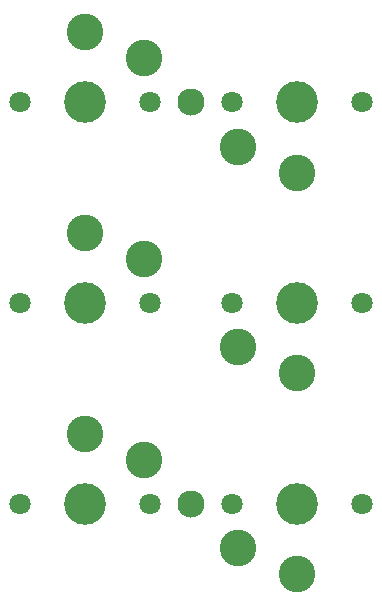
<source format=gbr>
%TF.GenerationSoftware,KiCad,Pcbnew,(7.0.0-0)*%
%TF.CreationDate,2023-06-15T11:55:35+08:00*%
%TF.ProjectId,thumb,7468756d-622e-46b6-9963-61645f706362,v1.0.0*%
%TF.SameCoordinates,Original*%
%TF.FileFunction,Soldermask,Top*%
%TF.FilePolarity,Negative*%
%FSLAX46Y46*%
G04 Gerber Fmt 4.6, Leading zero omitted, Abs format (unit mm)*
G04 Created by KiCad (PCBNEW (7.0.0-0)) date 2023-06-15 11:55:35*
%MOMM*%
%LPD*%
G01*
G04 APERTURE LIST*
%ADD10C,2.300000*%
%ADD11C,3.529000*%
%ADD12C,1.801800*%
%ADD13C,3.100000*%
G04 APERTURE END LIST*
D10*
%TO.C,H1*%
X9000000Y34000000D03*
%TD*%
%TO.C,H2*%
X9000000Y0D03*
%TD*%
D11*
%TO.C,S1*%
X18000000Y34000000D03*
D12*
X23500000Y34000000D03*
X12500000Y34000000D03*
D13*
X13000000Y30250000D03*
X18000000Y28050000D03*
%TD*%
D11*
%TO.C,S2*%
X18000000Y17000000D03*
D12*
X23500000Y17000000D03*
X12500000Y17000000D03*
D13*
X13000000Y13250000D03*
X18000000Y11050000D03*
%TD*%
D11*
%TO.C,S3*%
X18000000Y0D03*
D12*
X23500000Y0D03*
X12500000Y0D03*
D13*
X13000000Y-3750000D03*
X18000000Y-5950000D03*
%TD*%
D11*
%TO.C,S4*%
X0Y34000000D03*
D12*
X-5500000Y34000000D03*
X5500000Y34000000D03*
D13*
X5000000Y37750000D03*
X0Y39950000D03*
%TD*%
D11*
%TO.C,S5*%
X0Y17000000D03*
D12*
X-5500000Y17000000D03*
X5500000Y17000000D03*
D13*
X5000000Y20750000D03*
X0Y22950000D03*
%TD*%
D11*
%TO.C,S6*%
X0Y0D03*
D12*
X-5500000Y0D03*
X5500000Y0D03*
D13*
X5000000Y3750000D03*
X0Y5950000D03*
%TD*%
M02*

</source>
